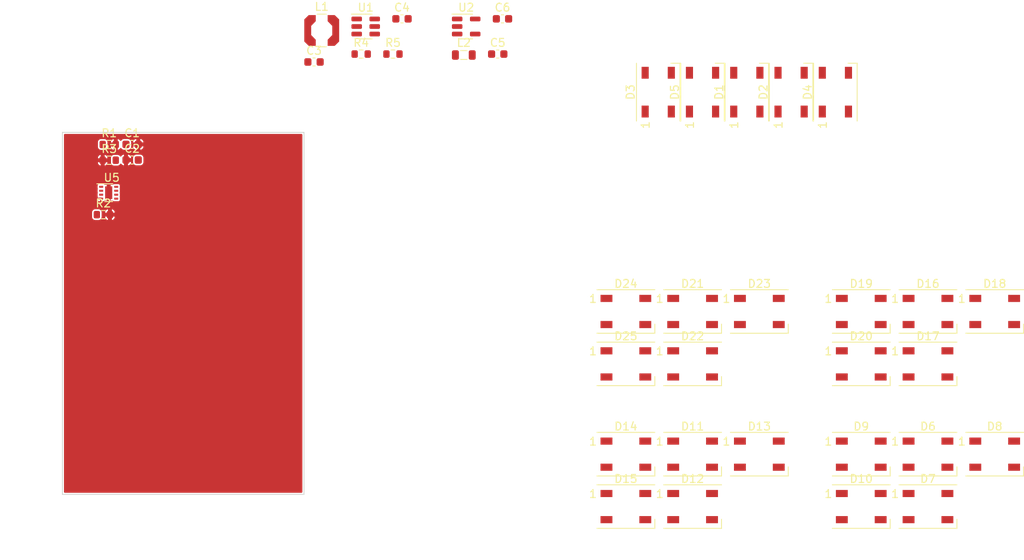
<source format=kicad_pcb>
(kicad_pcb (version 20211014) (generator pcbnew)
  (layers (0 "F.Cu" signal) (31 "B.Cu" signal) (34 "B.Paste" user) (35 "F.Paste" user) (36 "B.SilkS" user "B.Silkscreen") (37 "F.SilkS" user "F.Silkscreen") (38 "B.Mask" user) (39 "F.Mask" user) (44 "Edge.Cuts" user))
  (net 0 "")
  (net 1 "/Battery Charger/V_{IN}")
  (net 2 "/GND")
  (net 3 "/V_{BATT}")
  (net 4 "/Battery Charger/STATUS")
  (net 5 "/Battery Charger/PG")
  (net 6 "Net-(R1-Pad1)")
  (net 7 "Net-(R2-Pad1)")
  (net 8 "Net-(R3-Pad2)")
  (net 9 "/V_{LED}")
  (net 10 "/LED Grid/DATA")
  (net 11 "/Buck Converter/V_{OUT}")
  (net 12 "Net-(L1-Pad2)")
  (net 13 "Net-(L2-Pad1)")
  (net 14 "Net-(R4-Pad2)")
  (net 15 "/Boost Converter/EN")
  (net 16 "Net-(D2-Pad4)")
  (net 17 "Net-(D2-Pad2)")
  (net 18 "Net-(D3-Pad2)")
  (net 19 "Net-(D5-Pad4)")
  (net 20 "/LED Grid/LED Row/DATA_OUT")
  (net 21 "Net-(D6-Pad2)")
  (net 22 "Net-(D7-Pad2)")
  (net 23 "Net-(D8-Pad2)")
  (net 24 "Net-(D10-Pad4)")
  (net 25 "/LED Grid/LED Row1/DATA_OUT")
  (net 26 "Net-(D11-Pad2)")
  (net 27 "Net-(D12-Pad2)")
  (net 28 "Net-(D13-Pad2)")
  (net 29 "Net-(D14-Pad2)")
  (net 30 "/LED Grid/LED Row2/DATA_OUT")
  (net 31 "Net-(D16-Pad2)")
  (net 32 "Net-(D17-Pad2)")
  (net 33 "Net-(D18-Pad2)")
  (net 34 "Net-(D19-Pad2)")
  (net 35 "/LED Grid/LED Row3/DATA_OUT")
  (net 36 "Net-(D21-Pad2)")
  (net 37 "Net-(D22-Pad2)")
  (net 38 "Net-(D23-Pad2)")
  (net 39 "Net-(D24-Pad2)")
  (net 40 "/LED Grid/LED Row4/DATA_OUT")
  (footprint "LED_SMD:LED_WS2812B_PLCC4_5.0x5.0mm_P3.2mm" (layer "F.Cu") (at 214.14 98.06)
    (fp_text reference "D12" (at 0 -3.5) (layer "F.SilkS"))
    (fp_text value "WS2812B")
    (fp_text user "1" (at -4.15 -1.6) (layer "F.SilkS"))
    (fp_line (start -3.65 2.75) (end 3.65 2.75) (layer "F.SilkS") (width 0.12))
    (fp_line (start -3.65 -2.75) (end 3.65 -2.75) (layer "F.SilkS") (width 0.12))
    (fp_line (start 3.65 2.75) (end 3.65 1.6) (layer "F.SilkS") (width 0.12))
    (pad "1" smd rect (at -2.45 -1.65) (size 1.5 0.9) (layers "F.Cu" "F.Paste" "F.Mask") (net 9 "/V_{LED}"))
    (pad "2" smd rect (at -2.45 1.65) (size 1.5 0.9) (layers "F.Cu" "F.Paste" "F.Mask") (net 27 "Net-(D12-Pad2)"))
    (pad "3" smd rect (at 2.45 1.65) (size 1.5 0.9) (layers "F.Cu" "F.Paste" "F.Mask") (net 2 "/GND"))
    (pad "4" smd rect (at 2.45 -1.65) (size 1.5 0.9) (layers "F.Cu" "F.Paste" "F.Mask") (net 26 "Net-(D11-Pad2)"))
  )
  (footprint "LED_SMD:LED_WS2812B_PLCC4_5.0x5.0mm_P3.2mm" (layer "F.Cu") (at 222.56 73.42)
    (fp_text reference "D23" (at 0 -3.5) (layer "F.SilkS"))
    (fp_text value "WS2812B")
    (fp_text user "1" (at -4.15 -1.6) (layer "F.SilkS"))
    (fp_line (start 3.65 2.75) (end 3.65 1.6) (layer "F.SilkS") (width 0.12))
    (fp_line (start -3.65 -2.75) (end 3.65 -2.75) (layer "F.SilkS") (width 0.12))
    (fp_line (start -3.65 2.75) (end 3.65 2.75) (layer "F.SilkS") (width 0.12))
    (pad "1" smd rect (at -2.45 -1.65) (size 1.5 0.9) (layers "F.Cu" "F.Paste" "F.Mask") (net 9 "/V_{LED}"))
    (pad "2" smd rect (at -2.45 1.65) (size 1.5 0.9) (layers "F.Cu" "F.Paste" "F.Mask") (net 38 "Net-(D23-Pad2)"))
    (pad "3" smd rect (at 2.45 1.65) (size 1.5 0.9) (layers "F.Cu" "F.Paste" "F.Mask") (net 2 "/GND"))
    (pad "4" smd rect (at 2.45 -1.65) (size 1.5 0.9) (layers "F.Cu" "F.Paste" "F.Mask") (net 37 "Net-(D22-Pad2)"))
  )
  (footprint "Package_SON:WSON-8-1EP_2x2mm_P0.5mm_EP0.9x1.6mm" (layer "F.Cu") (at 140.462 58.42)
    (fp_text reference "U5" (at 0.38 -1.9) (layer "F.SilkS"))
    (fp_text value "BQ25170JDSGR")
    (fp_line (start -1.5 -1.12) (end 0.5 -1.12) (layer "F.SilkS") (width 0.12))
    (fp_line (start 0.5 1.12) (end -0.5 1.12) (layer "F.SilkS") (width 0.12))
    (pad "1" smd rect (at -0.95 -0.75) (size 0.5 0.25) (layers "F.Cu" "F.Paste" "F.Mask") (net 1 "/Battery Charger/V_{IN}"))
    (pad "2" smd rect (at -0.95 -0.25) (size 0.5 0.25) (layers "F.Cu" "F.Paste" "F.Mask") (net 6 "Net-(R1-Pad1)"))
    (pad "3" smd rect (at -0.95 0.25) (size 0.5 0.25) (layers "F.Cu" "F.Paste" "F.Mask") (net 7 "Net-(R2-Pad1)"))
    (pad "4" smd rect (at -0.95 0.75) (size 0.5 0.25) (layers "F.Cu" "F.Paste" "F.Mask") (net 2 "/GND"))
    (pad "5" smd rect (at 0.95 0.75) (size 0.5 0.25) (layers "F.Cu" "F.Paste" "F.Mask") (net 4 "/Battery Charger/STATUS"))
    (pad "6" smd rect (at 0.95 0.25) (size 0.5 0.25) (layers "F.Cu" "F.Paste" "F.Mask") (net 5 "/Battery Charger/PG"))
    (pad "7" smd rect (at 0.95 -0.25) (size 0.5 0.25) (layers "F.Cu" "F.Paste" "F.Mask") (net 8 "Net-(R3-Pad2)"))
    (pad "8" smd rect (at 0.95 -0.75) (size 0.5 0.25) (layers "F.Cu" "F.Paste" "F.Mask") (net 3 "/V_{BATT}"))
    (pad "9" smd rect (at 0 0) (size 0.9 1.6) (layers "F.Cu" "F.Mask") (net 2 "/GND"))
  )
  (footprint "LED_SMD:LED_WS2812B_PLCC4_5.0x5.0mm_P3.2mm" (layer "F.Cu") (at 232.156 45.72 90)
    (fp_text reference "D4" (at 0 -3.5 90) (layer "F.SilkS"))
    (fp_text value "WS2812B")
    (fp_text user "1" (at -4.15 -1.6 90) (layer "F.SilkS"))
    (fp_line (start 3.65 2.75) (end 3.65 1.6) (layer "F.SilkS") (width 0.12))
    (fp_line (start -3.65 2.75) (end 3.65 2.75) (layer "F.SilkS") (width 0.12))
    (fp_line (start -3.65 -2.75) (end 3.65 -2.75) (layer "F.SilkS") (width 0.12))
    (pad "1" smd rect (at -2.45 -1.65 90) (size 1.5 0.9) (layers "F.Cu" "F.Paste" "F.Mask") (net 9 "/V_{LED}"))
    (pad "2" smd rect (at -2.45 1.65 90) (size 1.5 0.9) (layers "F.Cu" "F.Paste" "F.Mask") (net 19 "Net-(D5-Pad4)"))
    (pad "3" smd rect (at 2.45 1.65 90) (size 1.5 0.9) (layers "F.Cu" "F.Paste" "F.Mask") (net 2 "/GND"))
    (pad "4" smd rect (at 2.45 -1.65 90) (size 1.5 0.9) (layers "F.Cu" "F.Paste" "F.Mask") (net 18 "Net-(D3-Pad2)"))
  )
  (footprint "Capacitor_SMD:C_0603_1608Metric" (layer "F.Cu") (at 143.418 52.318)
    (fp_text reference "C1" (at 0 -1.43) (layer "F.SilkS"))
    (fp_text value "4.7uF")
    (fp_line (start -0.14058 -0.51) (end 0.14058 -0.51) (layer "F.SilkS") (width 0.12))
    (fp_line (start -0.14058 0.51) (end 0.14058 0.51) (layer "F.SilkS") (width 0.12))
    (pad "1" smd roundrect (at -0.775 0) (size 0.9 0.95) (layers "F.Cu" "F.Paste" "F.Mask") (net 1 "/Battery Charger/V_{IN}"))
    (pad "2" smd roundrect (at 0.775 0) (size 0.9 0.95) (layers "F.Cu" "F.Paste" "F.Mask") (net 2 "/GND"))
  )
  (footprint "LED_SMD:LED_WS2812B_PLCC4_5.0x5.0mm_P3.2mm" (layer "F.Cu") (at 252.26 91.44)
    (fp_text reference "D8" (at 0 -3.5) (layer "F.SilkS"))
    (fp_text value "WS2812B")
    (fp_text user "1" (at -4.15 -1.6) (layer "F.SilkS"))
    (fp_line (start -3.65 2.75) (end 3.65 2.75) (layer "F.SilkS") (width 0.12))
    (fp_line (start -3.65 -2.75) (end 3.65 -2.75) (layer "F.SilkS") (width 0.12))
    (fp_line (start 3.65 2.75) (end 3.65 1.6) (layer "F.SilkS") (width 0.12))
    (pad "1" smd rect (at -2.45 -1.65) (size 1.5 0.9) (layers "F.Cu" "F.Paste" "F.Mask") (net 9 "/V_{LED}"))
    (pad "2" smd rect (at -2.45 1.65) (size 1.5 0.9) (layers "F.Cu" "F.Paste" "F.Mask") (net 23 "Net-(D8-Pad2)"))
    (pad "3" smd rect (at 2.45 1.65) (size 1.5 0.9) (layers "F.Cu" "F.Paste" "F.Mask") (net 2 "/GND"))
    (pad "4" smd rect (at 2.45 -1.65) (size 1.5 0.9) (layers "F.Cu" "F.Paste" "F.Mask") (net 22 "Net-(D7-Pad2)"))
  )
  (footprint "LED_SMD:LED_WS2812B_PLCC4_5.0x5.0mm_P3.2mm" (layer "F.Cu") (at 235.42 91.44)
    (fp_text reference "D9" (at 0 -3.5) (layer "F.SilkS"))
    (fp_text value "WS2812B")
    (fp_text user "1" (at -4.15 -1.6) (layer "F.SilkS"))
    (fp_line (start 3.65 2.75) (end 3.65 1.6) (layer "F.SilkS") (width 0.12))
    (fp_line (start -3.65 2.75) (end 3.65 2.75) (layer "F.SilkS") (width 0.12))
    (fp_line (start -3.65 -2.75) (end 3.65 -2.75) (layer "F.SilkS") (width 0.12))
    (pad "1" smd rect (at -2.45 -1.65) (size 1.5 0.9) (layers "F.Cu" "F.Paste" "F.Mask") (net 9 "/V_{LED}"))
    (pad "2" smd rect (at -2.45 1.65) (size 1.5 0.9) (layers "F.Cu" "F.Paste" "F.Mask") (net 24 "Net-(D10-Pad4)"))
    (pad "3" smd rect (at 2.45 1.65) (size 1.5 0.9) (layers "F.Cu" "F.Paste" "F.Mask") (net 2 "/GND"))
    (pad "4" smd rect (at 2.45 -1.65) (size 1.5 0.9) (layers "F.Cu" "F.Paste" "F.Mask") (net 23 "Net-(D8-Pad2)"))
  )
  (footprint "Inductor_SMD:L_Coilcraft_LPS4018" (layer "F.Cu") (at 167.34 37.93)
    (fp_text reference "L1" (at 0 -3) (layer "F.SilkS"))
    (fp_text value "4.7uH")
    (fp_line (start -0.57 -2.06) (end 0.57 -2.06) (layer "F.SilkS") (width 0.12))
    (fp_line (start -0.57 2.06) (end 0.57 2.06) (layer "F.SilkS") (width 0.12))
    (pad "1" smd custom (at -1.765 0) (size 0.87 2.79) (layers "F.Cu" "F.Paste" "F.Mask") (net 3 "/V_{BATT}") (options (clearance outline) (anchor rect)) (primitives (gr_poly (pts (xy 1.015 -1.17) (xy 0.435 -0.575) (xy 0.435 0.575) (xy 1.015 1.17) (xy 1.015 1.945) (xy 0.125 1.945) (xy -0.435 1.395) (xy -0.435 -1.395) (xy 0.125 -1.945) (xy 1.015 -1.945)) (width 0) (fill yes))))
    (pad "2" smd custom (at 1.765 0) (size 0.87 2.79) (layers "F.Cu" "F.Paste" "F.Mask") (net 12 "Net-(L1-Pad2)") (options (clearance outline) (anchor rect)) (primitives (gr_poly (pts (xy 0.435 -1.395) (xy 0.435 1.395) (xy -0.125 1.945) (xy -1.015 1.945) (xy -1.015 1.17) (xy -0.435 0.575) (xy -0.435 -0.575) (xy -1.015 -1.17) (xy -1.015 -1.945) (xy -0.125 -1.945)) (width 0) (fill yes))))
  )
  (footprint "Package_TO_SOT_SMD:SOT-23-6" (layer "F.Cu") (at 172.89 37.43)
    (fp_text reference "U1" (at 0 -2.4) (layer "F.SilkS"))
    (fp_text value "TLV61070A")
    (fp_line (start 0 1.56) (end 0.8 1.56) (layer "F.SilkS") (width 0.12))
    (fp_line (start 0 -1.56) (end 0.8 -1.56) (layer "F.SilkS") (width 0.12))
    (fp_line (start 0 -1.56) (end -1.8 -1.56) (layer "F.SilkS") (width 0.12))
    (fp_line (start 0 1.56) (end -0.8 1.56) (layer "F.SilkS") (width 0.12))
    (pad "1" smd roundrect (at -1.1375 -0.95) (size 1.325 0.6) (layers "F.Cu" "F.Paste" "F.Mask") (net 12 "Net-(L1-Pad2)"))
    (pad "2" smd roundrect (at -1.1375 0) (size 1.325 0.6) (layers "F.Cu" "F.Paste" "F.Mask") (net 2 "/GND"))
    (pad "3" smd roundrect (at -1.1375 0.95) (size 1.325 0.6) (layers "F.Cu" "F.Paste" "F.Mask") (net 14 "Net-(R4-Pad2)"))
    (pad "4" smd roundrect (at 1.1375 0.95) (size 1.325 0.6) (layers "F.Cu" "F.Paste" "F.Mask") (net 15 "/Boost Converter/EN"))
    (pad "5" smd roundrect (at 1.1375 0) (size 1.325 0.6) (layers "F.Cu" "F.Paste" "F.Mask") (net 9 "/V_{LED}"))
    (pad "6" smd roundrect (at 1.1375 -0.95) (size 1.325 0.6) (layers "F.Cu" "F.Paste" "F.Mask") (net 3 "/V_{BATT}"))
  )
  (footprint "LED_SMD:LED_WS2812B_PLCC4_5.0x5.0mm_P3.2mm" (layer "F.Cu") (at 214.14 91.44)
    (fp_text reference "D11" (at 0 -3.5) (layer "F.SilkS"))
    (fp_text value "WS2812B")
    (fp_text user "1" (at -4.15 -1.6) (layer "F.SilkS"))
    (fp_line (start 3.65 2.75) (end 3.65 1.6) (layer "F.SilkS") (width 0.12))
    (fp_line (start -3.65 -2.75) (end 3.65 -2.75) (layer "F.SilkS") (width 0.12))
    (fp_line (start -3.65 2.75) (end 3.65 2.75) (layer "F.SilkS") (width 0.12))
    (pad "1" smd rect (at -2.45 -1.65) (size 1.5 0.9) (layers "F.Cu" "F.Paste" "F.Mask") (net 9 "/V_{LED}"))
    (pad "2" smd rect (at -2.45 1.65) (size 1.5 0.9) (layers "F.Cu" "F.Paste" "F.Mask") (net 26 "Net-(D11-Pad2)"))
    (pad "3" smd rect (at 2.45 1.65) (size 1.5 0.9) (layers "F.Cu" "F.Paste" "F.Mask") (net 2 "/GND"))
    (pad "4" smd rect (at 2.45 -1.65) (size 1.5 0.9) (layers "F.Cu" "F.Paste" "F.Mask") (net 25 "/LED Grid/LED Row1/DATA_OUT"))
  )
  (footprint "LED_SMD:LED_WS2812B_PLCC4_5.0x5.0mm_P3.2mm" (layer "F.Cu") (at 209.804 45.72 90)
    (fp_text reference "D3" (at 0 -3.5 90) (layer "F.SilkS"))
    (fp_text value "WS2812B")
    (fp_text user "1" (at -4.15 -1.6 90) (layer "F.SilkS"))
    (fp_line (start -3.65 -2.75) (end 3.65 -2.75) (layer "F.SilkS") (width 0.12))
    (fp_line (start -3.65 2.75) (end 3.65 2.75) (layer "F.SilkS") (width 0.12))
    (fp_line (start 3.65 2.75) (end 3.65 1.6) (layer "F.SilkS") (width 0.12))
    (pad "1" smd rect (at -2.45 -1.65 90) (size 1.5 0.9) (layers "F.Cu" "F.Paste" "F.Mask") (net 9 "/V_{LED}"))
    (pad "2" smd rect (at -2.45 1.65 90) (size 1.5 0.9) (layers "F.Cu" "F.Paste" "F.Mask") (net 18 "Net-(D3-Pad2)"))
    (pad "3" smd rect (at 2.45 1.65 90) (size 1.5 0.9) (layers "F.Cu" "F.Paste" "F.Mask") (net 2 "/GND"))
    (pad "4" smd rect (at 2.45 -1.65 90) (size 1.5 0.9) (layers "F.Cu" "F.Paste" "F.Mask") (net 17 "Net-(D2-Pad2)"))
  )
  (footprint "LED_SMD:LED_WS2812B_PLCC4_5.0x5.0mm_P3.2mm" (layer "F.Cu") (at 215.392 45.72 90)
    (fp_text reference "D5" (at 0 -3.5 90) (layer "F.SilkS"))
    (fp_text value "WS2812B")
    (fp_text user "1" (at -4.15 -1.6 90) (layer "F.SilkS"))
    (fp_line (start -3.65 2.75) (end 3.65 2.75) (layer "F.SilkS") (width 0.12))
    (fp_line (start 3.65 2.75) (end 3.65 1.6) (layer "F.SilkS") (width 0.12))
    (fp_line (start -3.65 -2.75) (end 3.65 -2.75) (layer "F.SilkS") (width 0.12))
    (pad "1" smd rect (at -2.45 -1.65 90) (size 1.5 0.9) (layers "F.Cu" "F.Paste" "F.Mask") (net 9 "/V_{LED}"))
    (pad "2" smd rect (at -2.45 1.65 90) (size 1.5 0.9) (layers "F.Cu" "F.Paste" "F.Mask") (net 20 "/LED Grid/LED Row/DATA_OUT"))
    (pad "3" smd rect (at 2.45 1.65 90) (size 1.5 0.9) (layers "F.Cu" "F.Paste" "F.Mask") (net 2 "/GND"))
    (pad "4" smd rect (at 2.45 -1.65 90) (size 1.5 0.9) (layers "F.Cu" "F.Paste" "F.Mask") (net 19 "Net-(D5-Pad4)"))
  )
  (footprint "LED_SMD:LED_WS2812B_PLCC4_5.0x5.0mm_P3.2mm" (layer "F.Cu") (at 226.568 45.72 90)
    (fp_text reference "D2" (at 0 -3.5 90) (layer "F.SilkS"))
    (fp_text value "WS2812B")
    (fp_text user "1" (at -4.15 -1.6 90) (layer "F.SilkS"))
    (fp_line (start -3.65 2.75) (end 3.65 2.75) (layer "F.SilkS") (width 0.12))
    (fp_line (start -3.65 -2.75) (end 3.65 -2.75) (layer "F.SilkS") (width 0.12))
    (fp_line (start 3.65 2.75) (end 3.65 1.6) (layer "F.SilkS") (width 0.12))
    (pad "1" smd rect (at -2.45 -1.65 90) (size 1.5 0.9) (layers "F.Cu" "F.Paste" "F.Mask") (net 9 "/V_{LED}"))
    (pad "2" smd rect (at -2.45 1.65 90) (size 1.5 0.9) (layers "F.Cu" "F.Paste" "F.Mask") (net 17 "Net-(D2-Pad2)"))
    (pad "3" smd rect (at 2.45 1.65 90) (size 1.5 0.9) (layers "F.Cu" "F.Paste" "F.Mask") (net 2 "/GND"))
    (pad "4" smd rect (at 2.45 -1.65 90) (size 1.5 0.9) (layers "F.Cu" "F.Paste" "F.Mask") (net 16 "Net-(D2-Pad4)"))
  )
  (footprint "LED_SMD:LED_WS2812B_PLCC4_5.0x5.0mm_P3.2mm" (layer "F.Cu") (at 235.42 80.04)
    (fp_text reference "D20" (at 0 -3.5) (layer "F.SilkS"))
    (fp_text value "WS2812B")
    (fp_text user "1" (at -4.15 -1.6) (layer "F.SilkS"))
    (fp_line (start 3.65 2.75) (end 3.65 1.6) (layer "F.SilkS") (width 0.12))
    (fp_line (start -3.65 2.75) (end 3.65 2.75) (layer "F.SilkS") (width 0.12))
    (fp_line (start -3.65 -2.75) (end 3.65 -2.75) (layer "F.SilkS") (width 0.12))
    (pad "1" smd rect (at -2.45 -1.65) (size 1.5 0.9) (layers "F.Cu" "F.Paste" "F.Mask") (net 9 "/V_{LED}"))
    (pad "2" smd rect (at -2.45 1.65) (size 1.5 0.9) (layers "F.Cu" "F.Paste" "F.Mask") (net 35 "/LED Grid/LED Row3/DATA_OUT"))
    (pad "3" smd rect (at 2.45 1.65) (size 1.5 0.9) (layers "F.Cu" "F.Paste" "F.Mask") (net 2 "/GND"))
    (pad "4" smd rect (at 2.45 -1.65) (size 1.5 0.9) (layers "F.Cu" "F.Paste" "F.Mask") (net 34 "Net-(D19-Pad2)"))
  )
  (footprint "LED_SMD:LED_WS2812B_PLCC4_5.0x5.0mm_P3.2mm" (layer "F.Cu") (at 205.72 80.04)
    (fp_text reference "D25" (at 0 -3.5) (layer "F.SilkS"))
    (fp_text value "WS2812B")
    (fp_text user "1" (at -4.15 -1.6) (layer "F.SilkS"))
    (fp_line (start 3.65 2.75) (end 3.65 1.6) (layer "F.SilkS") (width 0.12))
    (fp_line (start -3.65 2.75) (end 3.65 2.75) (layer "F.SilkS") (width 0.12))
    (fp_line (start -3.65 -2.75) (end 3.65 -2.75) (layer "F.SilkS") (width 0.12))
    (pad "1" smd rect (at -2.45 -1.65) (size 1.5 0.9) (layers "F.Cu" "F.Paste" "F.Mask") (net 9 "/V_{LED}"))
    (pad "2" smd rect (at -2.45 1.65) (size 1.5 0.9) (layers "F.Cu" "F.Paste" "F.Mask") (net 40 "/LED Grid/LED Row4/DATA_OUT"))
    (pad "3" smd rect (at 2.45 1.65) (size 1.5 0.9) (layers "F.Cu" "F.Paste" "F.Mask") (net 2 "/GND"))
    (pad "4" smd rect (at 2.45 -1.65) (size 1.5 0.9) (layers "F.Cu" "F.Paste" "F.Mask") (net 39 "Net-(D24-Pad2)"))
  )
  (footprint "LED_SMD:LED_WS2812B_PLCC4_5.0x5.0mm_P3.2mm" (layer "F.Cu") (at 252.26 73.42)
    (fp_text reference "D18" (at 0 -3.5) (layer "F.SilkS"))
    (fp_text value "WS2812B")
    (fp_text user "1" (at -4.15 -1.6) (layer "F.SilkS"))
    (fp_line (start -3.65 2.75) (end 3.65 2.75) (layer "F.SilkS") (width 0.12))
    (fp_line (start 3.65 2.75) (end 3.65 1.6) (layer "F.SilkS") (width 0.12))
    (fp_line (start -3.65 -2.75) (end 3.65 -2.75) (layer "F.SilkS") (width 0.12))
    (pad "1" smd rect (at -2.45 -1.65) (size 1.5 0.9) (layers "F.Cu" "F.Paste" "F.Mask") (net 9 "/V_{LED}"))
    (pad "2" smd rect (at -2.45 1.65) (size 1.5 0.9) (layers "F.Cu" "F.Paste" "F.Mask") (net 33 "Net-(D18-Pad2)"))
    (pad "3" smd rect (at 2.45 1.65) (size 1.5 0.9) (layers "F.Cu" "F.Paste" "F.Mask") (net 2 "/GND"))
    (pad "4" smd rect (at 2.45 -1.65) (size 1.5 0.9) (layers "F.Cu" "F.Paste" "F.Mask") (net 32 "Net-(D17-Pad2)"))
  )
  (footprint "Package_TO_SOT_SMD:TSOT-23-5" (layer "F.Cu") (at 185.57 37.43)
    (fp_text reference "U2" (at 0 -2.4) (layer "F.SilkS"))
    (fp_text value "LM3671")
    (fp_line (start 0 -1.56) (end -1.8 -1.56) (layer "F.SilkS") (width 0.12))
    (fp_line (start 0 1.56) (end 0.8 1.56) (layer "F.SilkS") (width 0.12))
    (fp_line (start 0 -1.56) (end 0.8 -1.56) (layer "F.SilkS") (width 0.12))
    (fp_line (start 0 1.56) (end -0.8 1.56) (layer "F.SilkS") (width 0.12))
    (pad "1" smd roundrect (at -1.1375 -0.95) (size 1.325 0.6) (layers "F.Cu" "F.Paste" "F.Mask") (net 3 "/V_{BATT}"))
    (pad "2" smd roundrect (at -1.1375 0) (size 1.325 0.6) (layers "F.Cu" "F.Paste" "F.Mask") (net 2 "/GND"))
    (pad "3" smd roundrect (at -1.1375 0.95) (size 1.325 0.6) (layers "F.Cu" "F.Paste" "F.Mask") (net 3 "/V_{BATT}"))
    (pad "4" smd roundrect (at 1.1375 0.95) (size 1.325 0.6) (layers "F.Cu" "F.Paste" "F.Mask") (net 11 "/Buck Converter/V_{OUT}"))
    (pad "5" smd roundrect (at 1.1375 -0.95) (size 1.325 0.6) (layers "F.Cu" "F.Paste" "F.Mask") (net 13 "Net-(L2-Pad1)"))
  )
  (footprint "Capacitor_SMD:C_0603_1608Metric" (layer "F.Cu") (at 177.47 36.46)
    (fp_text reference "C4" (at 0 -1.43) (layer "F.SilkS"))
    (fp_text value "C")
    (fp_line (start -0.14058 -0.51) (end 0.14058 -0.51) (layer "F.SilkS") (width 0.12))
    (fp_line (start -0.14058 0.51) (end 0.14058 0.51) (layer "F.SilkS") (width 0.12))
    (pad "1" smd roundrect (at -0.775 0) (size 0.9 0.95) (layers "F.Cu" "F.Paste" "F.Mask") (net 9 "/V_{LED}"))
    (pad "2" smd roundrect (at 0.775 0) (size 0.9 0.95) (layers "F.Cu" "F.Paste" "F.Mask") (net 2 "/GND"))
  )
  (footprint "LED_SMD:LED_WS2812B_PLCC4_5.0x5.0mm_P3.2mm" (layer "F.Cu") (at 235.42 73.42)
    (fp_text reference "D19" (at 0 -3.5) (layer "F.SilkS"))
    (fp_text value "WS2812B")
    (fp_text user "1" (at -4.15 -1.6) (layer "F.SilkS"))
    (fp_line (start 3.65 2.75) (end 3.65 1.6) (layer "F.SilkS") (width 0.12))
    (fp_line (start -3.65 2.75) (end 3.65 2.75) (layer "F.SilkS") (width 0.12))
    (fp_line (start -3.65 -2.75) (end 3.65 -2.75) (layer "F.SilkS") (width 0.12))
    (pad "1" smd rect (at -2.45 -1.65) (size 1.5 0.9) (layers "F.Cu" "F.Paste" "F.Mask") (net 9 "/V_{LED}"))
    (pad "2" smd rect (at -2.45 1.65) (size 1.5 0.9) (layers "F.Cu" "F.Paste" "F.Mask") (net 34 "Net-(D19-Pad2)"))
    (pad "3" smd rect (at 2.45 1.65) (size 1.5 0.9) (layers "F.Cu" "F.Paste" "F.Mask") (net 2 "/GND"))
    (pad "4" smd rect (at 2.45 -1.65) (size 1.5 0.9) (layers "F.Cu" "F.Paste" "F.Mask") (net 33 "Net-(D18-Pad2)"))
  )
  (footprint "Inductor_SMD:L_0805_2012Metric" (layer "F.Cu") (at 185.27 41.03)
    (fp_text reference "L2" (at 0 -1.55) (layer "F.SilkS"))
    (fp_text value "2.2uH")
    (fp_line (start -0.399622 0.56) (end 0.399622 0.56) (layer "F.SilkS") (width 0.12))
    (fp_line (start -0.399622 -0.56) (end 0.399622 -0.56) (layer "F.SilkS") (width 0.12))
    (pad "1" smd roundrect (at -1.0625 0) (size 0.875 1.2) (layers "F.Cu" "F.Paste" "F.Mask") (net 13 "Net-(L2-Pad1)"))
    (pad "2" smd roundrect (at 1.0625 0) (size 0.875 1.2) (layers "F.Cu" "F.Paste" "F.Mask") (net 11 "/Buck Converter/V_{OUT}"))
  )
  (footprint "Capacitor_SMD:C_0603_1608Metric" (layer "F.Cu") (at 143.418 54.288)
    (fp_text reference "C2" (at 0 -1.43) (layer "F.SilkS"))
    (fp_text value "4.7uF")
    (fp_line (start -0.14058 0.51) (end 0.14058 0.51) (layer "F.SilkS") (width 0.12))
    (fp_line (start -0.14058 -0.51) (end 0.14058 -0.51) (layer "F.SilkS") (width 0.12))
    (pad "1" smd roundrect (at -0.775 0) (size 0.9 0.95) (layers "F.Cu" "F.Paste" "F.Mask") (net 2 "/GND"))
    (pad "2" smd roundrect (at 0.775 0) (size 0.9 0.95) (layers "F.Cu" "F.Paste" "F.Mask") (net 3 "/V_{BATT}"))
  )
  (footprint "LED_SMD:LED_WS2812B_PLCC4_5.0x5.0mm_P3.2mm" (layer "F.Cu") (at 214.14 80.04)
    (fp_text reference "D22" (at 0 -3.5) (layer "F.SilkS"))
    (fp_text value "WS2812B")
    (fp_text user "1" (at -4.15 -1.6) (layer "F.SilkS"))
    (fp_line (start -3.65 -2.75) (end 3.65 -2.75) (layer "F.SilkS") (width 0.12))
    (fp_line (start -3.65 2.75) (end 3.65 2.75) (layer "F.SilkS") (width 0.12))
    (fp_line (start 3.65 2.75) (end 3.65 1.6) (layer "F.SilkS") (width 0.12))
    (pad "1" smd rect (at -2.45 -1.65) (size 1.5 0.9) (layers "F.Cu" "F.Paste" "F.Mask") (net 9 "/V_{LED}"))
    (pad "2" smd rect (at -2.45 1.65) (size 1.5 0.9) (layers "F.Cu" "F.Paste" "F.Mask") (net 37 "Net-(D22-Pad2)"))
    (pad "3" smd rect (at 2.45 1.65) (size 1.5 0.9) (layers "F.Cu" "F.Paste" "F.Mask") (net 2 "/GND"))
    (pad "4" smd rect (at 2.45 -1.65) (size 1.5 0.9) (layers "F.Cu" "F.Paste" "F.Mask") (net 36 "Net-(D21-Pad2)"))
  )
  (footprint "LED_SMD:LED_WS2812B_PLCC4_5.0x5.0mm_P3.2mm" (layer "F.Cu") (at 243.84 98.06)
    (fp_text reference "D7" (at 0 -3.5) (layer "F.SilkS"))
    (fp_text value "WS2812B")
    (fp_text user "1" (at -4.15 -1.6) (layer "F.SilkS"))
    (fp_line (start -3.65 2.75) (end 3.65 2.75) (layer "F.SilkS") (width 0.12))
    (fp_line (start 3.65 2.75) (end 3.65 1.6) (layer "F.SilkS") (width 0.12))
    (fp_line (start -3.65 -2.75) (end 3.65 -2.75) (layer "F.SilkS") (width 0.12))
    (pad "1" smd rect (at -2.45 -1.65) (size 1.5 0.9) (layers "F.Cu" "F.Paste" "F.Mask") (net 9 "/V_{LED}"))
    (pad "2" smd rect (at -2.45 1.65) (size 1.5 0.9) (layers "F.Cu" "F.Paste" "F.Mask") (net 22 "Net-(D7-Pad2)"))
    (pad "3" smd rect (at 2.45 1.65) (size 1.5 0.9) (layers "F.Cu" "F.Paste" "F.Mask") (net 2 "/GND"))
    (pad "4" smd rect (at 2.45 -1.65) (size 1.5 0.9) (layers "F.Cu" "F.Paste" "F.Mask") (net 21 "Net-(D6-Pad2)"))
  )
  (footprint "Resistor_SMD:R_0603_1608Metric" (layer "F.Cu") (at 139.792 61.19)
    (fp_text reference "R2" (at 0 -1.43) (layer "F.SilkS"))
    (fp_text value "10k")
    (fp_line (start -0.237258 -0.5225) (end 0.237258 -0.5225) (layer "F.SilkS") (width 0.12))
    (fp_line (start -0.237258 0.5225) (end 0.237258 0.5225) (layer "F.SilkS") (width 0.12))
    (pad "1" smd roundrect (at -0.825 0) (size 0.8 0.95) (layers "F.Cu" "F.Paste" "F.Mask") (net 7 "Net-(R2-Pad1)"))
    (pad "2" smd roundrect (at 0.825 0) (size 0.8 0.95) (layers "F.Cu" "F.Paste" "F.Mask") (net 2 "/GND"))
  )
  (footprint "Resistor_SMD:R_0603_1608Metric" (layer "F.Cu") (at 172.32 40.91)
    (fp_text reference "R4" (at 0 -1.43) (layer "F.SilkS"))
    (fp_text value "R_US")
    (fp_line (start -0.237258 0.5225) (end 0.237258 0.5225) (layer "F.SilkS") (width 0.12))
    (fp_line (start -0.237258 -0.5225) (end 0.237258 -0.5225) (layer "F.SilkS") (width 0.12))
    (pad "1" smd roundrect (at -0.825 0) (size 0.8 0.95) (layers "F.Cu" "F.Paste" "F.Mask") (net 9 "/V_{LED}"))
    (pad "2" smd roundrect (at 0.825 0) (size 0.8 0.95) (layers "F.Cu" "F.Paste" "F.Mask") (net 14 "Net-(R4-Pad2)"))
  )
  (footprint "LED_SMD:LED_WS2812B_PLCC4_5.0x5.0mm_P3.2mm" (layer "F.Cu") (at 205.72 91.44)
    (fp_text reference "D14" (at 0 -3.5) (layer "F.SilkS"))
    (fp_text value "WS2812B")
    (fp_text user "1" (at -4.15 -1.6) (layer "F.SilkS"))
    (fp_line (start 3.65 2.75) (end 3.65 1.6) (layer "F.SilkS") (width 0.12))
    (fp_line (start -3.65 2.75) (end 3.65 2.75) (layer "F.SilkS") (width 0.12))
    (fp_line (start -3.65 -2.75) (end 3.65 -2.75) (layer "F.SilkS") (width 0.12))
    (pad "1" smd rect (at -2.45 -1.65) (size 1.5 0.9) (layers "F.Cu" "F.Paste" "F.Mask") (net 9 "/V_{LED}"))
    (pad "2" smd rect (at -2.45 1.65) (size 1.5 0.9) (layers "F.Cu" "F.Paste" "F.Mask") (net 29 "Net-(D14-Pad2)"))
    (pad "3" smd rect (at 2.45 1.65) (size 1.5 0.9) (layers "F.Cu" "F.Paste" "F.Mask") (net 2 "/GND"))
    (pad "4" smd rect (at 2.45 -1.65) (size 1.5 0.9) (layers "F.Cu" "F.Paste" "F.Mask") (net 28 "Net-(D13-Pad2)"))
  )
  (footprint "LED_SMD:LED_WS2812B_PLCC4_5.0x5.0mm_P3.2mm" (layer "F.Cu") (at 222.56 91.44)
    (fp_text reference "D13" (at 0 -3.5) (layer "F.SilkS"))
    (fp_text value "WS2812B")
    (fp_text user "1" (at -4.15 -1.6) (layer "F.SilkS"))
    (fp_line (start 3.65 2.75) (end 3.65 1.6) (layer "F.SilkS") (width 0.12))
    (fp_line (start -3.65 2.75) (end 3.65 2.75) (layer "F.SilkS") (width 0.12))
    (fp_line (start -3.65 -2.75) (end 3.65 -2.75) (layer "F.SilkS") (width 0.12))
    (pad "1" smd rect (at -2.45 -1.65) (size 1.5 0.9) (layers "F.Cu" "F.Paste" "F.Mask") (net 9 "/V_{LED}"))
    (pad "2" smd rect (at -2.45 1.65) (size 1.5 0.9) (layers "F.Cu" "F.Paste" "F.Mask") (net 28 "Net-(D13-Pad2)"))
    (pad "3" smd rect (at 2.45 1.65) (size 1.5 0.9) (layers "F.Cu" "F.Paste" "F.Mask") (net 2 "/GND"))
    (pad "4" smd rect (at 2.45 -1.65) (size 1.5 0.9) (layers "F.Cu" "F.Paste" "F.Mask") (net 27 "Net-(D12-Pad2)"))
  )
  (footprint "LED_SMD:LED_WS2812B_PLCC4_5.0x5.0mm_P3.2mm" (layer "F.Cu") (at 220.98 45.72 90)
    (fp_text reference "D1" (at 0 -3.5 90) (layer "F.SilkS"))
    (fp_text value "WS2812B")
    (fp_text user "1" (at -4.15 -1.6 90) (layer "F.SilkS"))
    (fp_line (start -3.65 2.75) (end 3.65 2.75) (layer "F.SilkS") (width 0.12))
    (fp_line (start -3.65 -2.75) (end 3.65 -2.75) (layer "F.SilkS") (width 0.12))
    (fp_line (start 3.65 2.75) (end 3.65 1.6) (layer "F.SilkS") (width 0.12))
    (pad "1" smd rect (at -2.45 -1.65 90) (size 1.5 0.9) (layers "F.Cu" "F.Paste" "F.Mask") (net 9 "/V_{LED}"))
    (pad "2" smd rect (at -2.45 1.65 90) (size 1.5 0.9) (layers "F.Cu" "F.Paste" "F.Mask") (net 16 "Net-(D2-Pad4)"))
    (pad "3" smd rect (at 2.45 1.65 90) (size 1.5 0.9) (layers "F.Cu" "F.Paste" "F.Mask") (net 2 "/GND"))
    (pad "4" smd rect (at 2.45 -1.65 90) (size 1.5 0.9) (layers "F.Cu" "F.Paste" "F.Mask") (net 10 "/LED Grid/DATA"))
  )
  (footprint "LED_SMD:LED_WS2812B_PLCC4_5.0x5.0mm_P3.2mm" (layer "F.Cu") (at 235.42 98.06)
    (fp_text reference "D10" (at 0 -3.5) (layer "F.SilkS"))
    (fp_text value "WS2812B")
    (fp_text user "1" (at -4.15 -1.6) (layer "F.SilkS"))
    (fp_line (start -3.65 2.75) (end 3.65 2.75) (layer "F.SilkS") (width 0.12))
    (fp_line (start 3.65 2.75) (end 3.65 1.6) (layer "F.SilkS") (width 0.12))
    (fp_line (start -3.65 -2.75) (end 3.65 -2.75) (layer "F.SilkS") (width 0.12))
    (pad "1" smd rect (at -2.45 -1.65) (size 1.5 0.9) (layers "F.Cu" "F.Paste" "F.Mask") (net 9 "/V_{LED}"))
    (pad "2" smd rect (at -2.45 1.65) (size 1.5 0.9) (layers "F.Cu" "F.Paste" "F.Mask") (net 25 "/LED Grid/LED Row1/DATA_OUT"))
    (pad "3" smd rect (at 2.45 1.65) (size 1.5 0.9) (layers "F.Cu" "F.Paste" "F.Mask") (net 2 "/GND"))
    (pad "4" smd rect (at 2.45 -1.65) (size 1.5 0.9) (layers "F.Cu" "F.Paste" "F.Mask") (net 24 "Net-(D10-Pad4)"))
  )
  (footprint "LED_SMD:LED_WS2812B_PLCC4_5.0x5.0mm_P3.2mm" (layer "F.Cu") (at 214.14 73.42)
    (fp_text reference "D21" (at 0 -3.5) (layer "F.SilkS"))
    (fp_text value "WS2812B")
    (fp_text user "1" (at -4.15 -1.6) (layer "F.SilkS"))
    (fp_line (start -3.65 2.75) (end 3.65 2.75) (layer "F.SilkS") (width 0.12))
    (fp_line (start -3.65 -2.75) (end 3.65 -2.75) (layer "F.SilkS") (width 0.12))
    (fp_line (start 3.65 2.75) (end 3.65 1.6) (layer "F.SilkS") (width 0.12))
    (pad "1" smd rect (at -2.45 -1.65) (size 1.5 0.9) (layers "F.Cu" "F.Paste" "F.Mask") (net 9 "/V_{LED}"))
    (pad "2" smd rect (at -2.45 1.65) (size 1.5 0.9) (layers "F.Cu" "F.Paste" "F.Mask") (net 36 "Net-(D21-Pad2)"))
    (pad "3" smd rect (at 2.45 1.65) (size 1.5 0.9) (layers "F.Cu" "F.Paste" "F.Mask") (net 2 "/GND"))
    (pad "4" smd rect (at 2.45 -1.65) (size 1.5 0.9) (layers "F.Cu" "F.Paste" "F.Mask") (net 35 "/LED Grid/LED Row3/DATA_OUT"))
  )
  (footprint "LED_SMD:LED_WS2812B_PLCC4_5.0x5.0mm_P3.2mm" (layer "F.Cu") (at 205.72 98.06)
    (fp_text reference "D15" (at 0 -3.5) (layer "F.SilkS"))
    (fp_text value "WS2812B")
    (fp_text user "1" (at -4.15 -1.6) (layer "F.SilkS"))
    (fp_line (start -3.65 -2.75) (end 3.65 -2.75) (layer "F.SilkS") (width 0.12))
    (fp_line (start -3.65 2.75) (end 3.65 2.75) (layer "F.SilkS") (width 0.12))
    (fp_line (start 3.65 2.75) (end 3.65 1.6) (layer "F.SilkS") (width 0.12))
    (pad "1" smd rect (at -2.45 -1.65) (size 1.5 0.9) (layers "F.Cu" "F.Paste" "F.Mask") (net 9 "/V_{LED}"))
    (pad "2" smd rect (at -2.45 1.65) (size 1.5 0.9) (layers "F.Cu" "F.Paste" "F.Mask") (net 30 "/LED Grid/LED Row2/DATA_OUT"))
    (pad "3" smd rect (at 2.45 1.65) (size 1.5 0.9) (layers "F.Cu" "F.Paste" "F.Mask") (net 2 "/GND"))
    (pad "4" smd rect (at 2.45 -1.65) (size 1.5 0.9) (layers "F.Cu" "F.Paste" "F.Mask") (net 29 "Net-(D14-Pad2)"))
  )
  (footprint "LED_SMD:LED_WS2812B_PLCC4_5.0x5.0mm_P3.2mm" (layer "F.Cu") (at 243.84 91.44)
    (fp_text reference "D6" (at 0 -3.5) (layer "F.SilkS"))
    (fp_text value "WS2812B")
    (fp_text user "1" (at -4.15 -1.6) (layer "F.SilkS"))
    (fp_line (start -3.65 -2.75) (end 3.65 -2.75) (layer "F.SilkS") (width 0.12))
    (fp_line (start 3.65 2.75) (end 3.65 1.6) (layer "F.SilkS") (width 0.12))
    (fp_line (start -3.65 2.75) (end 3.65 2.75) (layer "F.SilkS") (width 0.12))
    (pad "1" smd rect (at -2.45 -1.65) (size 1.5 0.9) (layers "F.Cu" "F.Paste" "F.Mask") (net 9 "/V_{LED}"))
    (pad "2" smd rect (at -2.45 1.65) (size 1.5 0.9) (layers "F.Cu" "F.Paste" "F.Mask") (net 21 "Net-(D6-Pad2)"))
    (pad "3" smd rect (at 2.45 1.65) (size 1.5 0.9) (layers "F.Cu" "F.Paste" "F.Mask") (net 2 "/GND"))
    (pad "4" smd rect (at 2.45 -1.65) (size 1.5 0.9) (layers "F.Cu" "F.Paste" "F.Mask") (net 20 "/LED Grid/LED Row/DATA_OUT"))
  )
  (footprint "LED_SMD:LED_WS2812B_PLCC4_5.0x5.0mm_P3.2mm" (layer "F.Cu") (at 243.84 80.04)
    (fp_text reference "D17" (at 0 -3.5) (layer "F.SilkS"))
    (fp_text value "WS2812B")
    (fp_text user "1" (at -4.15 -1.6) (layer "F.SilkS"))
    (fp_line (start -3.65 -2.75) (end 3.65 -2.75) (layer "F.SilkS") (width 0.12))
    (fp_line (start -3.65 2.75) (end 3.65 2.75) (layer "F.SilkS") (width 0.12))
    (fp_line (start 3.65 2.75) (end 3.65 1.6) (layer "F.SilkS") (width 0.12))
    (pad "1" smd rect (at -2.45 -1.65) (size 1.5 0.9) (layers "F.Cu" "F.Paste" "F.Mask") (net 9 "/V_{LED}"))
    (pad "2" smd rect (at -2.45 1.65) (size 1.5 0.9) (layers "F.Cu" "F.Paste" "F.Mask") (net 32 "Net-(D17-Pad2)"))
    (pad "3" smd rect (at 2.45 1.65) (size 1.5 0.9) (layers "F.Cu" "F.Paste" "F.Mask") (net 2 "/GND"))
    (pad "4" smd rect (at 2.45 -1.65) (size 1.5 0.9) (layers "F.Cu" "F.Paste" "F.Mask") (net 31 "Net-(D16-Pad2)"))
  )
  (footprint "Resistor_SMD:R_0603_1608Metric" (layer "F.Cu") (at 176.33 40.91)
    (fp_text reference "R5" (at 0 -1.43) (layer "F.SilkS"))
    (fp_text value "R_US")
    (fp_line (start -0.237258 0.5225) (end 0.237258 0.5225) (layer "F.SilkS") (width 0.12))
    (fp_line (start -0.237258 -0.5225) (end 0.237258 -0.5225) (layer "F.SilkS") (width 0.12))
    (pad "1" smd roundrect (at -0.825 0) (size 0.8 0.95) (layers "F.Cu" "F.Paste" "F.Mask") (net 14 "Net-(R4-Pad2)"))
    (pad "2" smd roundrect (at 0.825 0) (size 0.8 0.95) (layers "F.Cu" "F.Paste" "F.Mask") (net 2 "/GND"))
  )
  (footprint "Capacitor_SMD:C_0603_1608Metric" (layer "F.Cu") (at 189.55 40.91)
    (fp_text reference "C5" (at 0 -1.43) (layer "F.SilkS"))
    (fp_text value "C")
    (fp_line (start -0.14058 0.51) (end 0.14058 0.51) (layer "F.SilkS") (width 0.12))
    (fp_line (start -0.14058 -0.51) (end 0.14058 -0.51) (layer "F.SilkS") (width 0.12))
    (pad "1" smd roundrect (at -0.775 0) (size 0.9 0.95) (layers "F.Cu" "F.Paste" "F.Mask") (net 3 "/V_{BATT}"))
    (pad "2" smd roundrect (at 0.775 0) (size 0.9 0.95) (layers "F.Cu" "F.Paste" "F.Mask") (net 2 "/GND"))
  )
  (footprint "LED_SMD:LED_WS2812B_PLCC4_5.0x5.0mm_P3.2mm" (layer "F.Cu") (at 243.84 73.42)
    (fp_text reference "D16" (at 0 -3.5) (layer "F.SilkS"))
    (fp_text value "WS2812B")
    (fp_text user "1" (at -4.15 -1.6) (layer "F.SilkS"))
    (fp_line (start 3.65 2.75) (end 3.65 1.6) (layer "F.SilkS") (width 0.12))
    (fp_line (start -3.65 -2.75) (end 3.65 -2.75) (layer "F.SilkS") (width 0.12))
    (fp_line (start -3.65 2.75) (end 3.65 2.75) (layer "F.SilkS") (width 0.12))
    (pad "1" smd rect (at -2.45 -1.65) (size 1.5 0.9) (layers "F.Cu" "F.Paste" "F.Mask") (net 9 "/V_{LED}"))
    (pad "2" smd rect (at -2.45 1.65) (size 1.5 0.9) (layers "F.Cu" "F.Paste" "F.Mask") (net 31 "Net-(D16-Pad2)"))
    (pad "3" smd rect (at 2.45 1.65) (size 1.5 0.9) (layers "F.Cu" "F.Paste" "F.Mask") (net 2 "/GND"))
    (pad "4" smd rect (at 2.45 -1.65) (size 1.5 0.9) (layers "F.Cu" "F.Paste" "F.Mask") (net 30 "/LED Grid/LED Row2/DATA_OUT"))
  )
  (footprint "Capacitor_SMD:C_0603_1608Metric" (layer "F.Cu") (at 166.37 41.91)
    (fp_text reference "C3" (at 0 -1.43) (layer "F.SilkS"))
    (fp_text value "C")
    (fp_line (start -0.14058 -0.51) (end 0.14058 -0.51) (layer "F.SilkS") (width 0.12))
    (fp_line (start -0.14058 0.51) (end 0.14058 0.51) (layer "F.SilkS") (width 0.12))
    (pad "1" smd roundrect (at -0.775 0) (size 0.9 0.95) (layers "F.Cu" "F.Paste" "F.Mask") (net 3 "/V_{BATT}"))
    (pad "2" smd roundrect (at 0.775 0) (size 0.9 0.95) (layers "F.Cu" "F.Paste" "F.Mask") (net 2 "/GND"))
  )
  (footprint "Resistor_SMD:R_0603_1608Metric" (layer "F.Cu") (at 140.528 52.328)
    (fp_text reference "R1" (at 0 -1.43) (layer "F.SilkS"))
    (fp_text value "500")
    (fp_line (start -0.237258 0.5225) (end 0.237258 0.5225) (layer "F.SilkS") (width 0.12))
    (fp_line (start -0.237258 -0.5225) (end 0.237258 -0.5225) (layer "F.SilkS") (width 0.12))
    (pad "1" smd roundrect (at -0.825 0) (size 0.8 0.95) (layers "F.Cu" "F.Paste" "F.Mask") (net 6 "Net-(R1-Pad1)"))
    (pad "2" smd roundrect (at 0.825 0) (size 0.8 0.95) (layers "F.Cu" "F.Paste" "F.Mask") (net 2 "/GND"))
  )
  (footprint "Resistor_SMD:R_0603_1608Metric" (layer "F.Cu") (at 140.528 54.318)
    (fp_text reference "R3" (at 0 -1.43) (layer "F.SilkS"))
    (fp_text value "27k")
    (fp_line (start -0.237258 0.5225) (end 0.237258 0.5225) (layer "F.SilkS") (width 0.12))
    (fp_line (start -0.237258 -0.5225) (end 0.237258 -0.5225) (layer "F.SilkS") (width 0.12))
    (pad "1" smd roundrect (at -0.825 0) (size 0.8 0.95) (layers "F.Cu" "F.Paste" "F.Mask") (net 2 "/GND"))
    (pad "2" smd roundrect (at 0.825 0) (size 0.8 0.95) (layers "F.Cu" "F.Paste" "F.Mask") (net 8 "Net-(R3-Pad2)"))
  )
  (footprint "Capacitor_SMD:C_0603_1608Metric" (layer "F.Cu") (at 190.15 36.46)
    (fp_text reference "C6" (at 0 -1.43) (layer "F.SilkS"))
    (fp_text value "C")
    (fp_line (start -0.14058 0.51) (end 0.14058 0.51) (layer "F.SilkS") (width 0.12))
    (fp_line (start -0.14058 -0.51) (end 0.14058 -0.51) (layer "F.SilkS") (width 0.12))
    (pad "1" smd roundrect (at -0.775 0) (size 0.9 0.95) (layers "F.Cu" "F.Paste" "F.Mask") (net 11 "/Buck Converter/V_{OUT}"))
    (pad "2" smd roundrect (at 0.775 0) (size 0.9 0.95) (layers "F.Cu" "F.Paste" "F.Mask") (net 2 "/GND"))
  )
  (footprint "LED_SMD:LED_WS2812B_PLCC4_5.0x5.0mm_P3.2mm" (layer "F.Cu") (at 205.72 73.42)
    (fp_text reference "D24" (at 0 -3.5) (layer "F.SilkS"))
    (fp_text value "WS2812B")
    (fp_text user "1" (at -4.15 -1.6) (layer "F.SilkS"))
    (fp_line (start -3.65 -2.75) (end 3.65 -2.75) (layer "F.SilkS") (width 0.12))
    (fp_line (start 3.65 2.75) (end 3.65 1.6) (layer "F.SilkS") (width 0.12))
    (fp_line (start -3.65 2.75) (end 3.65 2.75) (layer "F.SilkS") (width 0.12))
    (pad "1" smd rect (at -2.45 -1.65) (size 1.5 0.9) (layers "F.Cu" "F.Paste" "F.Mask") (net 9 "/V_{LED}"))
    (pad "2" smd rect (at -2.45 1.65) (size 1.5 0.9) (layers "F.Cu" "F.Paste" "F.Mask") (net 39 "Net-(D24-Pad2)"))
    (pad "3" smd rect (at 2.45 1.65) (size 1.5 0.9) (layers "F.Cu" "F.Paste" "F.Mask") (net 2 "/GND"))
    (pad "4" smd rect (at 2.45 -1.65) (size 1.5 0.9) (layers "F.Cu" "F.Paste" "F.Mask") (net 38 "Net-(D23-Pad2)"))
  )
  (gr_line (start 165.1 50.8) (end 134.62 50.8) (layer "Edge.Cuts") (width 0.1))
  (gr_line (start 134.62 96.52) (end 134.62 50.8) (layer "Edge.Cuts") (width 0.1))
  (gr_line (start 134.62 96.52) (end 165.1 96.52) (layer "Edge.Cuts") (width 0.1))
  (gr_line (start 165.1 50.8) (end 165.1 96.52) (layer "Edge.Cuts") (width 0.1))
  (zone (net 2) (net_name "/GND") (layer "F.Cu") (connect_pads (clearance 0.2)) (min_thickness 0.2) (fill yes (thermal_gap 0.2) (thermal_bridge_width 0.5) (island_removal_mode 1) (island_area_min 0))
    (polygon (pts (xy 166.116 100.076) (xy 128.016 99.568) (xy 126.746 48.006) (xy 166.116 48.006)))
  )
)
</source>
